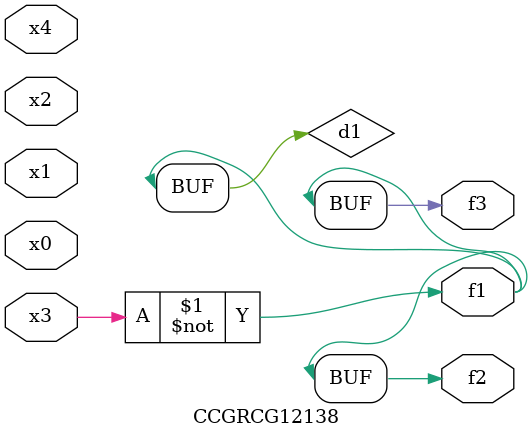
<source format=v>
module CCGRCG12138(
	input x0, x1, x2, x3, x4,
	output f1, f2, f3
);

	wire d1, d2;

	xnor (d1, x3);
	not (d2, x1);
	assign f1 = d1;
	assign f2 = d1;
	assign f3 = d1;
endmodule

</source>
